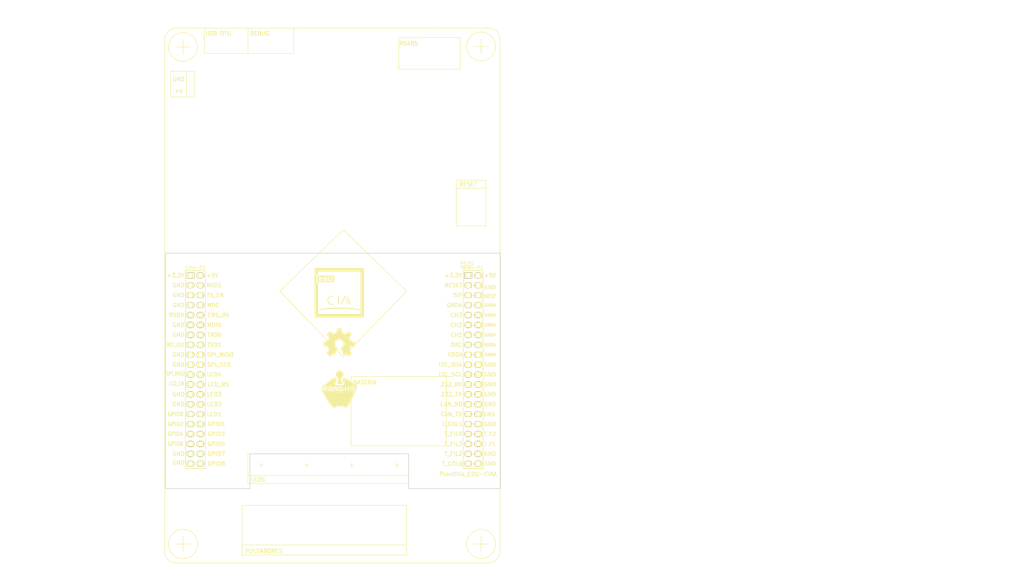
<source format=kicad_pcb>
(kicad_pcb (version 4) (host pcbnew 4.0.2+dfsg1-2~bpo8+1-stable)

  (general
    (links 28)
    (no_connects 28)
    (area 59.614999 80.569999 145.490001 141.045001)
    (thickness 1.6)
    (drawings 35)
    (tracks 0)
    (zones 0)
    (modules 5)
    (nets 5)
  )

  (page A4)
  (title_block
    (title "Poncho Básico (Cambiar por el nombre del Poncho)")
    (date 2016-08-07)
    (rev 1.0)
    (company "Proyecto CIAA - COMPUTADORA INDUSTRIAL ABIERTA ARGENTINA")
    (comment 1 https://github.com/ciaa/Ponchos/tree/master/Basico/doc)
    (comment 2 "Autores y Licencia del template (Diego Brengi - UNLaM)")
    (comment 3 "Autor del poncho (COMPLETAR NOMBRE Y APELLIDO). Ver directorio \"doc\"")
  )

  (layers
    (0 F.Cu signal)
    (31 B.Cu signal)
    (32 B.Adhes user)
    (33 F.Adhes user)
    (34 B.Paste user)
    (35 F.Paste user)
    (36 B.SilkS user)
    (37 F.SilkS user)
    (38 B.Mask user)
    (39 F.Mask user)
    (40 Dwgs.User user)
    (41 Cmts.User user)
    (42 Eco1.User user)
    (43 Eco2.User user)
    (44 Edge.Cuts user)
    (45 Margin user)
    (46 B.CrtYd user)
    (47 F.CrtYd user)
    (48 B.Fab user)
    (49 F.Fab user)
  )

  (setup
    (last_trace_width 0.381)
    (user_trace_width 0.508)
    (user_trace_width 0.635)
    (user_trace_width 0.762)
    (user_trace_width 1.016)
    (user_trace_width 1.27)
    (user_trace_width 1.524)
    (trace_clearance 0.508)
    (zone_clearance 0.508)
    (zone_45_only no)
    (trace_min 0.2)
    (segment_width 0.2)
    (edge_width 0.15)
    (via_size 0.6)
    (via_drill 0.4)
    (via_min_size 0.4)
    (via_min_drill 0.3)
    (uvia_size 0.3)
    (uvia_drill 0.1)
    (uvias_allowed no)
    (uvia_min_size 0)
    (uvia_min_drill 0)
    (pcb_text_width 0.3)
    (pcb_text_size 1.5 1.5)
    (mod_edge_width 0.15)
    (mod_text_size 0.000001 0.000001)
    (mod_text_width 0.15)
    (pad_size 1.4 1.4)
    (pad_drill 0.6)
    (pad_to_mask_clearance 0.2)
    (aux_axis_origin 0 0)
    (visible_elements 7FFEFF7F)
    (pcbplotparams
      (layerselection 0x00020_80000000)
      (usegerberextensions false)
      (excludeedgelayer false)
      (linewidth 0.100000)
      (plotframeref false)
      (viasonmask false)
      (mode 1)
      (useauxorigin false)
      (hpglpennumber 1)
      (hpglpenspeed 20)
      (hpglpendiameter 15)
      (hpglpenoverlay 2)
      (psnegative false)
      (psa4output false)
      (plotreference true)
      (plotvalue false)
      (plotinvisibletext false)
      (padsonsilk false)
      (subtractmaskfromsilk false)
      (outputformat 1)
      (mirror false)
      (drillshape 0)
      (scaleselection 1)
      (outputdirectory ""))
  )

  (net 0 "")
  (net 1 +5V)
  (net 2 GND)
  (net 3 +3.3VP)
  (net 4 GNDA)

  (net_class Default "This is the default net class."
    (clearance 0.508)
    (trace_width 0.381)
    (via_dia 0.6)
    (via_drill 0.4)
    (uvia_dia 0.3)
    (uvia_drill 0.1)
    (add_net +3.3VP)
    (add_net +5V)
    (add_net GND)
    (add_net GNDA)
  )

  (module footprint:Conn_Poncho_SinBorde (layer F.Cu) (tedit 560F0DC0) (tstamp 57A7DEE4)
    (at 137.16 86.36)
    (tags "CONN Poncho")
    (path /57A7A0F8)
    (fp_text reference XA101 (at -0.254 -3.175) (layer F.SilkS)
      (effects (font (size 0.8 0.8) (thickness 0.12)))
    )
    (fp_text value Conn_Poncho2P_2x_20x2 (at -1.905 51.181) (layer F.SilkS) hide
      (effects (font (size 1.016 1.016) (thickness 0.2032)))
    )
    (fp_text user GPIO8 (at -64.516 48.26) (layer F.SilkS)
      (effects (font (size 1 1) (thickness 0.2)))
    )
    (fp_text user GPIO7 (at -64.516 45.72) (layer F.SilkS)
      (effects (font (size 1 1) (thickness 0.2)))
    )
    (fp_text user GPIO5 (at -64.516 43.18) (layer F.SilkS)
      (effects (font (size 1 1) (thickness 0.2)))
    )
    (fp_text user GPIO3 (at -64.516 40.64) (layer F.SilkS)
      (effects (font (size 1 1) (thickness 0.2)))
    )
    (fp_text user GPIO1 (at -64.516 38.1) (layer F.SilkS)
      (effects (font (size 1 1) (thickness 0.2)))
    )
    (fp_text user LCD1 (at -65.024 35.56) (layer F.SilkS)
      (effects (font (size 1 1) (thickness 0.2)))
    )
    (fp_text user LCD2 (at -65.024 33.02) (layer F.SilkS)
      (effects (font (size 1 1) (thickness 0.2)))
    )
    (fp_text user LCD3 (at -65.024 30.48) (layer F.SilkS)
      (effects (font (size 1 1) (thickness 0.2)))
    )
    (fp_text user LCD_RS (at -64.008 27.94) (layer F.SilkS)
      (effects (font (size 1 1) (thickness 0.2)))
    )
    (fp_text user LCD4 (at -65.024 25.4) (layer F.SilkS)
      (effects (font (size 1 1) (thickness 0.2)))
    )
    (fp_text user SPI_SCK (at -63.754 22.86) (layer F.SilkS)
      (effects (font (size 1 1) (thickness 0.2)))
    )
    (fp_text user SPI_MISO (at -63.5 20.32) (layer F.SilkS)
      (effects (font (size 1 1) (thickness 0.2)))
    )
    (fp_text user TXD1 (at -65.024 17.78) (layer F.SilkS)
      (effects (font (size 1 1) (thickness 0.2)))
    )
    (fp_text user TXD0 (at -65.024 15.24) (layer F.SilkS)
      (effects (font (size 1 1) (thickness 0.2)))
    )
    (fp_text user MDIO (at -65.024 12.7) (layer F.SilkS)
      (effects (font (size 1 1) (thickness 0.2)))
    )
    (fp_text user CRS_DV (at -64.008 10.16) (layer F.SilkS)
      (effects (font (size 1 1) (thickness 0.2)))
    )
    (fp_text user MDC (at -65.278 7.62) (layer F.SilkS)
      (effects (font (size 1 1) (thickness 0.2)))
    )
    (fp_text user TX_EN (at -64.77 5.08) (layer F.SilkS)
      (effects (font (size 1 1) (thickness 0.2)))
    )
    (fp_text user RXD1 (at -65.024 2.54) (layer F.SilkS)
      (effects (font (size 1 1) (thickness 0.2)))
    )
    (fp_text user +5V (at -65.532 0) (layer F.SilkS)
      (effects (font (size 1 1) (thickness 0.2)))
    )
    (fp_text user GND (at -74.168 48.006) (layer F.SilkS)
      (effects (font (size 1 1) (thickness 0.2)))
    )
    (fp_text user GND (at -74.168 45.72) (layer F.SilkS)
      (effects (font (size 1 1) (thickness 0.2)))
    )
    (fp_text user GPIO6 (at -74.93 43.18) (layer F.SilkS)
      (effects (font (size 1 0.9) (thickness 0.2)))
    )
    (fp_text user GPIO4 (at -74.93 40.64) (layer F.SilkS)
      (effects (font (size 1 0.9) (thickness 0.2)))
    )
    (fp_text user GPIO2 (at -74.93 38.1) (layer F.SilkS)
      (effects (font (size 1 0.9) (thickness 0.2)))
    )
    (fp_text user GPIO0 (at -74.93 35.56) (layer F.SilkS)
      (effects (font (size 1 0.9) (thickness 0.2)))
    )
    (fp_text user GND (at -74.168 33.02) (layer F.SilkS)
      (effects (font (size 1 1) (thickness 0.2)))
    )
    (fp_text user GND (at -74.168 30.48) (layer F.SilkS)
      (effects (font (size 1 1) (thickness 0.2)))
    )
    (fp_text user LCD_EN (at -74.676 27.686) (layer F.SilkS)
      (effects (font (size 1 0.7) (thickness 0.17)))
    )
    (fp_text user SPI_MOSI (at -74.93 25.146) (layer F.SilkS)
      (effects (font (size 1 0.7) (thickness 0.17)))
    )
    (fp_text user GND (at -74.168 22.86) (layer F.SilkS)
      (effects (font (size 1 1) (thickness 0.2)))
    )
    (fp_text user GND (at -74.168 20.32) (layer F.SilkS)
      (effects (font (size 1 1) (thickness 0.2)))
    )
    (fp_text user REF_CLK (at -74.93 17.78) (layer F.SilkS)
      (effects (font (size 0.9 0.7) (thickness 0.175)))
    )
    (fp_text user GND (at -74.168 15.24) (layer F.SilkS)
      (effects (font (size 1 1) (thickness 0.2)))
    )
    (fp_text user GND (at -74.168 12.7) (layer F.SilkS)
      (effects (font (size 1 1) (thickness 0.2)))
    )
    (fp_text user GND (at -74.168 7.62) (layer F.SilkS)
      (effects (font (size 1 1) (thickness 0.2)))
    )
    (fp_text user RXD0 (at -74.676 10.16) (layer F.SilkS)
      (effects (font (size 1 1) (thickness 0.2)))
    )
    (fp_text user GND (at -74.168 5.08) (layer F.SilkS)
      (effects (font (size 1 1) (thickness 0.2)))
    )
    (fp_text user GND (at -74.168 2.54) (layer F.SilkS)
      (effects (font (size 1 1) (thickness 0.2)))
    )
    (fp_text user +3.3V (at -74.93 0) (layer F.SilkS)
      (effects (font (size 1 1) (thickness 0.2)))
    )
    (fp_text user GND (at 5.588 48.26) (layer F.SilkS)
      (effects (font (size 1 1) (thickness 0.2)))
    )
    (fp_text user GND (at 5.588 45.72) (layer F.SilkS)
      (effects (font (size 1 1) (thickness 0.2)))
    )
    (fp_text user T_F1 (at 5.588 43.18) (layer F.SilkS)
      (effects (font (size 0.9 0.9) (thickness 0.18)))
    )
    (fp_text user T_C2 (at 5.588 40.64) (layer F.SilkS)
      (effects (font (size 0.9 0.9) (thickness 0.18)))
    )
    (fp_text user GND (at 5.588 38.1) (layer F.SilkS)
      (effects (font (size 1 1) (thickness 0.2)))
    )
    (fp_text user GND (at 5.334 35.56) (layer F.SilkS)
      (effects (font (size 1 1) (thickness 0.2)))
    )
    (fp_text user GND (at 5.588 33.02) (layer F.SilkS)
      (effects (font (size 1 1) (thickness 0.2)))
    )
    (fp_text user GND (at 5.588 30.48) (layer F.SilkS)
      (effects (font (size 1 1) (thickness 0.2)))
    )
    (fp_text user GND (at 5.588 27.94) (layer F.SilkS)
      (effects (font (size 1 1) (thickness 0.2)))
    )
    (fp_text user GND (at 5.588 25.4) (layer F.SilkS)
      (effects (font (size 1 1) (thickness 0.2)))
    )
    (fp_text user GND (at 5.588 22.86) (layer F.SilkS)
      (effects (font (size 1 1) (thickness 0.2)))
    )
    (fp_text user GNDA (at 5.588 20.32) (layer F.SilkS)
      (effects (font (size 0.76 0.76) (thickness 0.19)))
    )
    (fp_text user GNDA (at 5.588 17.78) (layer F.SilkS)
      (effects (font (size 0.76 0.76) (thickness 0.19)))
    )
    (fp_text user GNDA (at 5.588 15.24) (layer F.SilkS)
      (effects (font (size 0.76 0.76) (thickness 0.19)))
    )
    (fp_text user GNDA (at 5.588 12.7) (layer F.SilkS)
      (effects (font (size 0.76 0.76) (thickness 0.19)))
    )
    (fp_text user GNDA (at 5.588 10.16) (layer F.SilkS)
      (effects (font (size 0.76 0.76) (thickness 0.19)))
    )
    (fp_text user GNDA (at 5.588 7.62) (layer F.SilkS)
      (effects (font (size 0.76 0.76) (thickness 0.19)))
    )
    (fp_text user WAKEUP (at 5.588 5.334) (layer F.SilkS)
      (effects (font (size 1 0.5) (thickness 0.125)))
    )
    (fp_text user GND (at 5.588 3.048) (layer F.SilkS)
      (effects (font (size 1 1) (thickness 0.2)))
    )
    (fp_text user +5V (at 5.588 0) (layer F.SilkS)
      (effects (font (size 1 1) (thickness 0.2)))
    )
    (fp_text user T_COL0 (at -4.064 48.26) (layer F.SilkS)
      (effects (font (size 1 1) (thickness 0.2)))
    )
    (fp_text user T_FIL2 (at -3.81 45.72) (layer F.SilkS)
      (effects (font (size 1 1) (thickness 0.2)))
    )
    (fp_text user T_FIL3 (at -3.81 43.18) (layer F.SilkS)
      (effects (font (size 1 1) (thickness 0.2)))
    )
    (fp_text user T_FIL0 (at -3.81 40.64) (layer F.SilkS)
      (effects (font (size 1 1) (thickness 0.2)))
    )
    (fp_text user T_COL1 (at -4.064 38.1) (layer F.SilkS)
      (effects (font (size 1 1) (thickness 0.2)))
    )
    (fp_text user CAN_TD (at -4.318 35.56) (layer F.SilkS)
      (effects (font (size 1 1) (thickness 0.2)))
    )
    (fp_text user CAN_RD (at -4.318 33.02) (layer F.SilkS)
      (effects (font (size 1 1) (thickness 0.2)))
    )
    (fp_text user 232_TX (at -4.318 30.48) (layer F.SilkS)
      (effects (font (size 1 1) (thickness 0.2)))
    )
    (fp_text user 232_RX (at -4.318 27.94) (layer F.SilkS)
      (effects (font (size 1 1) (thickness 0.2)))
    )
    (fp_text user I2C_SCL (at -4.572 25.4) (layer F.SilkS)
      (effects (font (size 1 1) (thickness 0.2)))
    )
    (fp_text user I2C_SDA (at -4.572 22.86) (layer F.SilkS)
      (effects (font (size 1 1) (thickness 0.2)))
    )
    (fp_text user VDDA (at -3.302 20.32) (layer F.SilkS)
      (effects (font (size 1 1) (thickness 0.2)))
    )
    (fp_text user DAC (at -3.048 17.78) (layer F.SilkS)
      (effects (font (size 1 1) (thickness 0.2)))
    )
    (fp_text user CH1 (at -3.048 15.24) (layer F.SilkS)
      (effects (font (size 1 1) (thickness 0.2)))
    )
    (fp_text user CH2 (at -3.048 12.7) (layer F.SilkS)
      (effects (font (size 1 1) (thickness 0.2)))
    )
    (fp_text user CH3 (at -3.048 10.16) (layer F.SilkS)
      (effects (font (size 1 1) (thickness 0.2)))
    )
    (fp_text user GNDA (at -3.556 7.62) (layer F.SilkS)
      (effects (font (size 1 1) (thickness 0.2)))
    )
    (fp_text user ISP (at -2.794 5.08) (layer F.SilkS)
      (effects (font (size 1 1) (thickness 0.2)))
    )
    (fp_text user RESET (at -3.81 2.54) (layer F.SilkS)
      (effects (font (size 1 1) (thickness 0.2)))
    )
    (fp_text user CIAA-P2 (at -69.85 -2.032) (layer F.SilkS)
      (effects (font (size 0.8 0.8) (thickness 0.12)))
    )
    (fp_text user CIAA-P1 (at 1.27 -2.032) (layer F.SilkS)
      (effects (font (size 0.8 0.8) (thickness 0.12)))
    )
    (fp_text user +3.3V (at -3.81 0) (layer F.SilkS)
      (effects (font (size 1 1) (thickness 0.2)))
    )
    (fp_line (start -72.39 0) (end -72.39 -1.27) (layer F.SilkS) (width 0.15))
    (fp_line (start -72.39 -1.27) (end -67.31 -1.27) (layer F.SilkS) (width 0.15))
    (fp_line (start -67.31 -1.27) (end -67.31 49.53) (layer F.SilkS) (width 0.15))
    (fp_line (start -67.31 49.53) (end -72.39 49.53) (layer F.SilkS) (width 0.15))
    (fp_line (start -72.39 49.53) (end -72.39 0) (layer F.SilkS) (width 0.15))
    (fp_line (start -1.27 49.53) (end -1.27 -1.27) (layer F.SilkS) (width 0.15))
    (fp_line (start 3.81 49.53) (end 3.81 -1.27) (layer F.SilkS) (width 0.15))
    (fp_line (start 3.81 49.53) (end -1.27 49.53) (layer F.SilkS) (width 0.15))
    (fp_line (start 3.81 -1.27) (end -1.27 -1.27) (layer F.SilkS) (width 0.15))
    (pad 1 thru_hole rect (at 0 0 270) (size 1.524 2) (drill 1.016) (layers *.Cu *.Mask F.SilkS)
      (net 3 +3.3VP))
    (pad 2 thru_hole oval (at 2.54 0 270) (size 1.524 2) (drill 1.016) (layers *.Cu *.Mask F.SilkS)
      (net 1 +5V))
    (pad 11 thru_hole oval (at 0 12.7 270) (size 1.524 2) (drill 1.016) (layers *.Cu *.Mask F.SilkS))
    (pad 4 thru_hole oval (at 2.54 2.54 270) (size 1.524 2) (drill 1.016) (layers *.Cu *.Mask F.SilkS)
      (net 2 GND))
    (pad 13 thru_hole oval (at 0 15.24 270) (size 1.524 2) (drill 1.016) (layers *.Cu *.Mask F.SilkS))
    (pad 6 thru_hole oval (at 2.54 5.08 270) (size 1.524 2) (drill 1.016) (layers *.Cu *.Mask F.SilkS))
    (pad 15 thru_hole oval (at 0 17.78 270) (size 1.524 2) (drill 1.016) (layers *.Cu *.Mask F.SilkS))
    (pad 8 thru_hole oval (at 2.54 7.62 270) (size 1.524 2) (drill 1.016) (layers *.Cu *.Mask F.SilkS)
      (net 4 GNDA))
    (pad 17 thru_hole oval (at 0 20.32 270) (size 1.524 2) (drill 1.016) (layers *.Cu *.Mask F.SilkS))
    (pad 10 thru_hole oval (at 2.54 10.16 270) (size 1.524 2) (drill 1.016) (layers *.Cu *.Mask F.SilkS)
      (net 4 GNDA))
    (pad 19 thru_hole oval (at 0 22.86 270) (size 1.524 2) (drill 1.016) (layers *.Cu *.Mask F.SilkS))
    (pad 12 thru_hole oval (at 2.54 12.7 270) (size 1.524 2) (drill 1.016) (layers *.Cu *.Mask F.SilkS)
      (net 4 GNDA))
    (pad 21 thru_hole oval (at 0 25.4 270) (size 1.524 2) (drill 1.016) (layers *.Cu *.Mask F.SilkS))
    (pad 14 thru_hole oval (at 2.54 15.24 270) (size 1.524 2) (drill 1.016) (layers *.Cu *.Mask F.SilkS)
      (net 4 GNDA))
    (pad 23 thru_hole oval (at 0 27.94 270) (size 1.524 2) (drill 1.016) (layers *.Cu *.Mask F.SilkS))
    (pad 16 thru_hole oval (at 2.54 17.78 270) (size 1.524 2) (drill 1.016) (layers *.Cu *.Mask F.SilkS)
      (net 4 GNDA))
    (pad 25 thru_hole oval (at 0 30.48 270) (size 1.524 2) (drill 1.016) (layers *.Cu *.Mask F.SilkS))
    (pad 18 thru_hole oval (at 2.54 20.32 270) (size 1.524 2) (drill 1.016) (layers *.Cu *.Mask F.SilkS)
      (net 4 GNDA))
    (pad 27 thru_hole oval (at 0 33.02 270) (size 1.524 2) (drill 1.016) (layers *.Cu *.Mask F.SilkS))
    (pad 20 thru_hole oval (at 2.54 22.86 270) (size 1.524 2) (drill 1.016) (layers *.Cu *.Mask F.SilkS)
      (net 2 GND))
    (pad 29 thru_hole oval (at 0 35.56 270) (size 1.524 2) (drill 1.016) (layers *.Cu *.Mask F.SilkS))
    (pad 22 thru_hole oval (at 2.54 25.4 270) (size 1.524 2) (drill 1.016) (layers *.Cu *.Mask F.SilkS)
      (net 2 GND))
    (pad 31 thru_hole oval (at 0 38.1 270) (size 1.524 2) (drill 1.016) (layers *.Cu *.Mask F.SilkS))
    (pad 24 thru_hole oval (at 2.54 27.94 270) (size 1.524 2) (drill 1.016) (layers *.Cu *.Mask F.SilkS)
      (net 2 GND))
    (pad 26 thru_hole oval (at 2.54 30.48 270) (size 1.524 2) (drill 1.016) (layers *.Cu *.Mask F.SilkS)
      (net 2 GND))
    (pad 33 thru_hole oval (at 0 40.64 270) (size 1.524 2) (drill 1.016) (layers *.Cu *.Mask F.SilkS))
    (pad 28 thru_hole oval (at 2.54 33.02 270) (size 1.524 2) (drill 1.016) (layers *.Cu *.Mask F.SilkS)
      (net 2 GND))
    (pad 32 thru_hole oval (at 2.54 38.1 270) (size 1.524 2) (drill 1.016) (layers *.Cu *.Mask F.SilkS)
      (net 2 GND))
    (pad 34 thru_hole oval (at 2.54 40.64 270) (size 1.524 2) (drill 1.016) (layers *.Cu *.Mask F.SilkS))
    (pad 36 thru_hole oval (at 2.54 43.18 270) (size 1.524 2) (drill 1.016) (layers *.Cu *.Mask F.SilkS))
    (pad 38 thru_hole oval (at 2.54 45.72 270) (size 1.524 2) (drill 1.016) (layers *.Cu *.Mask F.SilkS)
      (net 2 GND))
    (pad 35 thru_hole oval (at 0 43.18 270) (size 1.524 2) (drill 1.016) (layers *.Cu *.Mask F.SilkS))
    (pad 37 thru_hole oval (at 0 45.72 270) (size 1.524 2) (drill 1.016) (layers *.Cu *.Mask F.SilkS))
    (pad 3 thru_hole oval (at 0 2.54 270) (size 1.524 2) (drill 1.016) (layers *.Cu *.Mask F.SilkS))
    (pad 5 thru_hole oval (at 0 5.08 270) (size 1.524 2) (drill 1.016) (layers *.Cu *.Mask F.SilkS))
    (pad 7 thru_hole oval (at 0 7.62 270) (size 1.524 2) (drill 1.016) (layers *.Cu *.Mask F.SilkS)
      (net 4 GNDA))
    (pad 9 thru_hole oval (at 0 10.16 270) (size 1.524 2) (drill 1.016) (layers *.Cu *.Mask F.SilkS))
    (pad 39 thru_hole oval (at 0 48.26 270) (size 1.524 2) (drill 1.016) (layers *.Cu *.Mask F.SilkS))
    (pad 40 thru_hole oval (at 2.54 48.26 270) (size 1.524 2) (drill 1.016) (layers *.Cu *.Mask F.SilkS)
      (net 2 GND))
    (pad 30 thru_hole oval (at 2.54 35.56 270) (size 1.524 2) (drill 1.016) (layers *.Cu *.Mask F.SilkS)
      (net 2 GND))
    (pad 41 thru_hole rect (at -71.12 0 270) (size 1.524 2) (drill 1.016) (layers *.Cu *.Mask F.SilkS)
      (net 3 +3.3VP))
    (pad 42 thru_hole oval (at -68.58 0 270) (size 1.524 2) (drill 1.016) (layers *.Cu *.Mask F.SilkS)
      (net 1 +5V))
    (pad 43 thru_hole oval (at -71.12 2.54 270) (size 1.524 2) (drill 1.016) (layers *.Cu *.Mask F.SilkS)
      (net 2 GND))
    (pad 44 thru_hole oval (at -68.58 2.54 270) (size 1.524 2) (drill 1.016) (layers *.Cu *.Mask F.SilkS))
    (pad 45 thru_hole oval (at -71.12 5.08 270) (size 1.524 2) (drill 1.016) (layers *.Cu *.Mask F.SilkS)
      (net 2 GND))
    (pad 46 thru_hole oval (at -68.58 5.08 270) (size 1.524 2) (drill 1.016) (layers *.Cu *.Mask F.SilkS))
    (pad 47 thru_hole oval (at -71.12 7.62 270) (size 1.524 2) (drill 1.016) (layers *.Cu *.Mask F.SilkS)
      (net 2 GND))
    (pad 48 thru_hole oval (at -68.58 7.62 270) (size 1.524 2) (drill 1.016) (layers *.Cu *.Mask F.SilkS))
    (pad 49 thru_hole oval (at -71.12 10.16 270) (size 1.524 2) (drill 1.016) (layers *.Cu *.Mask F.SilkS))
    (pad 50 thru_hole oval (at -68.58 10.16 270) (size 1.524 2) (drill 1.016) (layers *.Cu *.Mask F.SilkS))
    (pad 51 thru_hole oval (at -71.12 12.7 270) (size 1.524 2) (drill 1.016) (layers *.Cu *.Mask F.SilkS)
      (net 2 GND))
    (pad 52 thru_hole oval (at -68.58 12.7 270) (size 1.524 2) (drill 1.016) (layers *.Cu *.Mask F.SilkS))
    (pad 53 thru_hole oval (at -71.12 15.24 270) (size 1.524 2) (drill 1.016) (layers *.Cu *.Mask F.SilkS)
      (net 2 GND))
    (pad 54 thru_hole oval (at -68.58 15.24 270) (size 1.524 2) (drill 1.016) (layers *.Cu *.Mask F.SilkS))
    (pad 55 thru_hole oval (at -71.12 17.78 270) (size 1.524 2) (drill 1.016) (layers *.Cu *.Mask F.SilkS))
    (pad 56 thru_hole oval (at -68.58 17.78 270) (size 1.524 2) (drill 1.016) (layers *.Cu *.Mask F.SilkS))
    (pad 57 thru_hole oval (at -71.12 20.32 270) (size 1.524 2) (drill 1.016) (layers *.Cu *.Mask F.SilkS)
      (net 2 GND))
    (pad 58 thru_hole oval (at -68.58 20.32 270) (size 1.524 2) (drill 1.016) (layers *.Cu *.Mask F.SilkS))
    (pad 59 thru_hole oval (at -71.12 22.86 270) (size 1.524 2) (drill 1.016) (layers *.Cu *.Mask F.SilkS)
      (net 2 GND))
    (pad 60 thru_hole oval (at -68.58 22.86 270) (size 1.524 2) (drill 1.016) (layers *.Cu *.Mask F.SilkS))
    (pad 61 thru_hole oval (at -71.12 25.4 270) (size 1.524 2) (drill 1.016) (layers *.Cu *.Mask F.SilkS))
    (pad 62 thru_hole oval (at -68.58 25.4 270) (size 1.524 2) (drill 1.016) (layers *.Cu *.Mask F.SilkS))
    (pad 63 thru_hole oval (at -71.12 27.94 270) (size 1.524 2) (drill 1.016) (layers *.Cu *.Mask F.SilkS))
    (pad 64 thru_hole oval (at -68.58 27.94 270) (size 1.524 2) (drill 1.016) (layers *.Cu *.Mask F.SilkS))
    (pad 65 thru_hole oval (at -71.12 30.48 270) (size 1.524 2) (drill 1.016) (layers *.Cu *.Mask F.SilkS)
      (net 2 GND))
    (pad 66 thru_hole oval (at -68.58 30.48 270) (size 1.524 2) (drill 1.016) (layers *.Cu *.Mask F.SilkS))
    (pad 67 thru_hole oval (at -71.12 33.02 270) (size 1.524 2) (drill 1.016) (layers *.Cu *.Mask F.SilkS)
      (net 2 GND))
    (pad 68 thru_hole oval (at -68.58 33.02 270) (size 1.524 2) (drill 1.016) (layers *.Cu *.Mask F.SilkS))
    (pad 69 thru_hole oval (at -71.12 35.56 270) (size 1.524 2) (drill 1.016) (layers *.Cu *.Mask F.SilkS))
    (pad 70 thru_hole oval (at -68.58 35.56 270) (size 1.524 2) (drill 1.016) (layers *.Cu *.Mask F.SilkS))
    (pad 71 thru_hole oval (at -71.12 38.1 270) (size 1.524 2) (drill 1.016) (layers *.Cu *.Mask F.SilkS))
    (pad 72 thru_hole oval (at -68.58 38.1 270) (size 1.524 2) (drill 1.016) (layers *.Cu *.Mask F.SilkS))
    (pad 73 thru_hole oval (at -71.12 40.64 270) (size 1.524 2) (drill 1.016) (layers *.Cu *.Mask F.SilkS))
    (pad 74 thru_hole oval (at -68.58 40.64 270) (size 1.524 2) (drill 1.016) (layers *.Cu *.Mask F.SilkS))
    (pad 75 thru_hole oval (at -71.12 43.18 270) (size 1.524 2) (drill 1.016) (layers *.Cu *.Mask F.SilkS))
    (pad 76 thru_hole oval (at -68.58 43.18 270) (size 1.524 2) (drill 1.016) (layers *.Cu *.Mask F.SilkS))
    (pad 77 thru_hole oval (at -71.12 45.72 270) (size 1.524 2) (drill 1.016) (layers *.Cu *.Mask F.SilkS)
      (net 2 GND))
    (pad 78 thru_hole oval (at -68.58 45.72 270) (size 1.524 2) (drill 1.016) (layers *.Cu *.Mask F.SilkS))
    (pad 79 thru_hole oval (at -71.12 48.26 270) (size 1.524 2) (drill 1.016) (layers *.Cu *.Mask F.SilkS)
      (net 2 GND))
    (pad 80 thru_hole oval (at -68.58 48.26 270) (size 1.524 2) (drill 1.016) (layers *.Cu *.Mask F.SilkS))
    (model ${KIPRJMOD}/footprint.3dshapes/pin_strip_20x2.wrl
      (at (xyz 0.05 -0.95 -0.063))
      (scale (xyz 1 1 1))
      (rotate (xyz 180 0 90))
    )
    (model ${KIPRJMOD}/footprint.3dshapes/pin_strip_20x2.wrl
      (at (xyz -2.75 -0.95 -0.063))
      (scale (xyz 1 1 1))
      (rotate (xyz 180 0 90))
    )
  )

  (module footprint:Logo_EDU-CIAA (layer F.Cu) (tedit 560D8BDB) (tstamp 57A7E3E8)
    (at 104.14 90.805)
    (fp_text reference G*** (at 0 7.112) (layer F.SilkS) hide
      (effects (font (thickness 0.3048)))
    )
    (fp_text value Logo_EDU-CIAA (at 0.06 -7.8) (layer F.SilkS) hide
      (effects (font (thickness 0.3048)))
    )
    (fp_poly (pts (xy 6.35 6.35) (xy 5.42036 6.35) (xy 5.42036 4.8006) (xy 5.41782 4.7371)
      (xy 5.41782 4.39674) (xy 5.41782 -0.51054) (xy 5.41782 -5.42036) (xy 0 -5.42036)
      (xy -5.42036 -5.42036) (xy -5.42036 -4.99618) (xy -5.42036 -4.572) (xy -5.715 -4.572)
      (xy -6.01218 -4.572) (xy -6.01218 -3.556) (xy -6.01218 -2.54) (xy -5.715 -2.54)
      (xy -5.42036 -2.54) (xy -5.42036 0.9271) (xy -5.42036 4.39674) (xy -5.21462 4.318)
      (xy -5.05968 4.27736) (xy -4.77266 4.21894) (xy -4.39166 4.14782) (xy -3.95224 4.07162)
      (xy -3.7973 4.04622) (xy -3.42392 3.9878) (xy -3.08102 3.94462) (xy -2.74066 3.90906)
      (xy -2.3749 3.88366) (xy -1.9558 3.86842) (xy -1.45542 3.85826) (xy -0.84582 3.85318)
      (xy -0.09652 3.85064) (xy 0 3.85064) (xy 0.76454 3.85318) (xy 1.38938 3.85826)
      (xy 1.90246 3.86588) (xy 2.32918 3.88366) (xy 2.70002 3.90652) (xy 3.04038 3.93954)
      (xy 3.38074 3.98272) (xy 3.74904 4.0386) (xy 3.79476 4.04622) (xy 4.24434 4.12242)
      (xy 4.65074 4.19608) (xy 4.97332 4.25958) (xy 5.17652 4.30784) (xy 5.21208 4.318)
      (xy 5.41782 4.39674) (xy 5.41782 4.7371) (xy 5.41528 4.67614) (xy 5.38226 4.5847)
      (xy 5.29844 4.51612) (xy 5.14604 4.46278) (xy 4.90474 4.41706) (xy 4.55168 4.37134)
      (xy 4.06654 4.31546) (xy 3.59664 4.26466) (xy 2.9464 4.2037) (xy 2.20218 4.16052)
      (xy 1.3462 4.13258) (xy 0.35052 4.12242) (xy 0 4.11988) (xy -0.89154 4.12496)
      (xy -1.65608 4.13766) (xy -2.33426 4.1656) (xy -2.96672 4.20624) (xy -3.59664 4.2672)
      (xy -4.26466 4.34594) (xy -4.7625 4.41452) (xy -5.42036 4.50596) (xy -5.42036 4.96062)
      (xy -5.42036 5.41782) (xy 0 5.41782) (xy 5.41782 5.41782) (xy 5.41782 4.96062)
      (xy 5.42036 4.8006) (xy 5.42036 6.35) (xy 0 6.35) (xy -6.35 6.35)
      (xy -6.35 0) (xy -6.35 -6.35) (xy 0 -6.35) (xy 6.35 -6.35)
      (xy 6.35 0) (xy 6.35 6.35) (xy 6.35 6.35)) (layer F.SilkS) (width 0.00254))
    (fp_poly (pts (xy -1.36398 2.94894) (xy -1.41986 2.99212) (xy -1.58242 3.04292) (xy -1.83134 3.07848)
      (xy -2.08534 3.08864) (xy -2.24028 3.0734) (xy -2.59334 2.89814) (xy -2.84734 2.5908)
      (xy -2.921 2.43586) (xy -3.01752 1.98628) (xy -2.94894 1.55956) (xy -2.71526 1.16586)
      (xy -2.667 1.11252) (xy -2.49174 0.93726) (xy -2.33426 0.84582) (xy -2.12344 0.81026)
      (xy -1.90246 0.80518) (xy -1.57988 0.82296) (xy -1.40462 0.8763) (xy -1.37922 0.90932)
      (xy -1.40208 0.97028) (xy -1.55194 0.98298) (xy -1.70942 0.96774) (xy -2.08788 0.9906)
      (xy -2.39776 1.143) (xy -2.6289 1.39192) (xy -2.75844 1.70434) (xy -2.77876 2.04978)
      (xy -2.67462 2.39522) (xy -2.4765 2.66446) (xy -2.31902 2.80162) (xy -2.159 2.86258)
      (xy -1.9304 2.86766) (xy -1.80086 2.8575) (xy -1.51892 2.84988) (xy -1.36906 2.8829)
      (xy -1.36398 2.94894) (xy -1.36398 2.94894)) (layer F.SilkS) (width 0.00254))
    (fp_poly (pts (xy -0.08636 1.905) (xy -0.0889 2.37236) (xy -0.09906 2.69494) (xy -0.11938 2.90068)
      (xy -0.14986 3.00736) (xy -0.19812 3.04546) (xy -0.21336 3.048) (xy -0.26416 3.0226)
      (xy -0.29972 2.9337) (xy -0.32258 2.7559) (xy -0.33528 2.4638) (xy -0.34036 2.032)
      (xy -0.34036 1.905) (xy -0.33782 1.4351) (xy -0.32766 1.11252) (xy -0.30734 0.90678)
      (xy -0.27432 0.8001) (xy -0.22606 0.762) (xy -0.21336 0.762) (xy -0.16002 0.78486)
      (xy -0.12446 0.87376) (xy -0.1016 1.05156) (xy -0.09144 1.34366) (xy -0.08636 1.77546)
      (xy -0.08636 1.905) (xy -0.08636 1.905)) (layer F.SilkS) (width 0.00254))
    (fp_poly (pts (xy 2.40284 3.0353) (xy 2.30378 3.05308) (xy 2.17678 2.90322) (xy 2.02184 2.59334)
      (xy 1.83642 2.1209) (xy 1.80848 2.03708) (xy 1.6764 1.67132) (xy 1.5621 1.3716)
      (xy 1.47828 1.17094) (xy 1.43764 1.09982) (xy 1.39446 1.17602) (xy 1.3081 1.37922)
      (xy 1.19126 1.68148) (xy 1.05664 2.04978) (xy 1.05664 2.05232) (xy 0.87884 2.52222)
      (xy 0.7366 2.83464) (xy 0.62484 2.99974) (xy 0.57404 3.03022) (xy 0.50546 3.02514)
      (xy 0.49276 2.9591) (xy 0.53848 2.79654) (xy 0.64516 2.52222) (xy 0.78994 2.15646)
      (xy 0.9525 1.7272) (xy 1.08458 1.3716) (xy 1.2319 1.016) (xy 1.35128 0.82296)
      (xy 1.4351 0.77978) (xy 1.4986 0.86106) (xy 1.60782 1.06172) (xy 1.74752 1.35382)
      (xy 1.90246 1.69926) (xy 2.05994 2.06502) (xy 2.20472 2.41554) (xy 2.31902 2.71526)
      (xy 2.39014 2.9337) (xy 2.40284 3.0353) (xy 2.40284 3.0353)) (layer F.SilkS) (width 0.00254))
    (fp_poly (pts (xy 2.96164 2.98704) (xy 2.8956 3.04292) (xy 2.85242 3.048) (xy 2.78384 2.9718)
      (xy 2.67208 2.75844) (xy 2.52984 2.43586) (xy 2.36982 2.02946) (xy 2.3368 1.94056)
      (xy 2.15138 1.41478) (xy 2.03708 1.0414) (xy 1.99136 0.81788) (xy 2.01676 0.74422)
      (xy 2.10566 0.80772) (xy 2.159 0.91186) (xy 2.25552 1.13284) (xy 2.38252 1.44272)
      (xy 2.52476 1.79578) (xy 2.66954 2.16154) (xy 2.79654 2.49936) (xy 2.89814 2.77622)
      (xy 2.95402 2.94894) (xy 2.96164 2.98704) (xy 2.96164 2.98704)) (layer F.SilkS) (width 0.00254))
    (fp_poly (pts (xy -1.27 -2.71018) (xy -1.94818 -2.71018) (xy -1.94818 -3.57378) (xy -1.95834 -3.86334)
      (xy -1.99644 -4.01574) (xy -2.06756 -4.064) (xy -2.07518 -4.064) (xy -2.15138 -4.02336)
      (xy -2.19202 -3.87858) (xy -2.20218 -3.59664) (xy -2.20218 -3.5941) (xy -2.20726 -3.32486)
      (xy -2.2352 -3.1877) (xy -2.2987 -3.14452) (xy -2.39268 -3.1496) (xy -2.50698 -3.1877)
      (xy -2.57048 -3.2893) (xy -2.60096 -3.49758) (xy -2.60858 -3.6195) (xy -2.6416 -3.90398)
      (xy -2.70002 -4.04114) (xy -2.75844 -4.064) (xy -2.82956 -3.99034) (xy -2.8702 -3.80238)
      (xy -2.8829 -3.55092) (xy -2.86258 -3.29438) (xy -2.80924 -3.08102) (xy -2.79146 -3.04292)
      (xy -2.64668 -2.92608) (xy -2.41808 -2.87782) (xy -2.18694 -2.90576) (xy -2.04978 -2.98196)
      (xy -1.9939 -3.11658) (xy -1.95834 -3.36042) (xy -1.94818 -3.57378) (xy -1.94818 -2.71018)
      (xy -3.0861 -2.71018) (xy -3.0861 -3.42138) (xy -3.09372 -3.64744) (xy -3.20548 -3.88874)
      (xy -3.429 -4.0259) (xy -3.76428 -4.064) (xy -4.064 -4.064) (xy -4.064 -3.47218)
      (xy -4.064 -2.88036) (xy -3.7465 -2.88036) (xy -3.51536 -2.89814) (xy -3.3528 -2.93624)
      (xy -3.33756 -2.94386) (xy -3.17246 -3.14198) (xy -3.0861 -3.42138) (xy -3.0861 -2.71018)
      (xy -3.556 -2.71018) (xy -4.23418 -2.71018) (xy -4.23418 -3.00736) (xy -4.29006 -3.09626)
      (xy -4.47548 -3.13182) (xy -4.572 -3.13436) (xy -4.80822 -3.15468) (xy -4.90474 -3.22326)
      (xy -4.91236 -3.26136) (xy -4.84886 -3.35534) (xy -4.64312 -3.38836) (xy -4.61518 -3.38836)
      (xy -4.39674 -3.4163) (xy -4.32054 -3.50266) (xy -4.318 -3.51536) (xy -4.38404 -3.60934)
      (xy -4.58978 -3.64236) (xy -4.61518 -3.64236) (xy -4.81076 -3.66268) (xy -4.90982 -3.71602)
      (xy -4.91236 -3.72618) (xy -4.8387 -3.78206) (xy -4.65328 -3.81) (xy -4.61518 -3.81)
      (xy -4.39674 -3.83794) (xy -4.32054 -3.92684) (xy -4.318 -3.937) (xy -4.36372 -4.01828)
      (xy -4.5212 -4.05638) (xy -4.74218 -4.064) (xy -5.16636 -4.064) (xy -5.16636 -3.47218)
      (xy -5.16636 -2.88036) (xy -4.699 -2.88036) (xy -4.4196 -2.89052) (xy -4.27482 -2.93116)
      (xy -4.23418 -3.00736) (xy -4.23418 -2.71018) (xy -5.842 -2.71018) (xy -5.842 -3.556)
      (xy -5.842 -4.40436) (xy -3.556 -4.40436) (xy -1.27 -4.40436) (xy -1.27 -3.556)
      (xy -1.27 -2.71018) (xy -1.27 -2.71018)) (layer F.SilkS) (width 0.00254))
    (fp_poly (pts (xy -3.33756 -3.59918) (xy -3.34264 -3.35788) (xy -3.46964 -3.1877) (xy -3.65252 -3.13436)
      (xy -3.75666 -3.16738) (xy -3.80238 -3.29184) (xy -3.81 -3.47218) (xy -3.79984 -3.69062)
      (xy -3.74396 -3.78714) (xy -3.61696 -3.81) (xy -3.60172 -3.81) (xy -3.42138 -3.7592)
      (xy -3.33756 -3.59918) (xy -3.33756 -3.59918)) (layer F.SilkS) (width 0.00254))
  )

  (module footprint:Logo_OSHWA (layer F.Cu) (tedit 560D8B85) (tstamp 57A7E3F7)
    (at 104.14 103.505)
    (fp_text reference G101 (at 0 4.2418) (layer F.SilkS) hide
      (effects (font (size 0.7112 0.4572) (thickness 0.1143)))
    )
    (fp_text value Logo_OSHWA (at 0 -4.2418) (layer F.SilkS) hide
      (effects (font (size 0.36322 0.36322) (thickness 0.07112)))
    )
    (fp_poly (pts (xy -2.42316 3.59156) (xy -2.38252 3.57124) (xy -2.28854 3.51282) (xy -2.15392 3.42392)
      (xy -1.99644 3.31978) (xy -1.83896 3.21056) (xy -1.70942 3.1242) (xy -1.61798 3.06578)
      (xy -1.57988 3.04546) (xy -1.55956 3.05054) (xy -1.48336 3.08864) (xy -1.37414 3.14452)
      (xy -1.31064 3.17754) (xy -1.21158 3.22072) (xy -1.16078 3.23088) (xy -1.15316 3.21564)
      (xy -1.11506 3.13944) (xy -1.05918 3.00736) (xy -0.98298 2.83464) (xy -0.89662 2.63144)
      (xy -0.80264 2.413) (xy -0.7112 2.18948) (xy -0.6223 1.97612) (xy -0.54356 1.78562)
      (xy -0.48006 1.63068) (xy -0.43942 1.52146) (xy -0.42418 1.47574) (xy -0.42926 1.46558)
      (xy -0.48006 1.41732) (xy -0.56642 1.35128) (xy -0.75692 1.19634) (xy -0.94234 0.96266)
      (xy -1.05664 0.6985) (xy -1.09474 0.40386) (xy -1.06172 0.13208) (xy -0.95504 -0.12954)
      (xy -0.77216 -0.36576) (xy -0.55118 -0.54102) (xy -0.2921 -0.65278) (xy 0 -0.68834)
      (xy 0.2794 -0.65786) (xy 0.5461 -0.55118) (xy 0.78232 -0.37084) (xy 0.88138 -0.25654)
      (xy 1.01854 -0.01778) (xy 1.09728 0.23876) (xy 1.1049 0.30226) (xy 1.09474 0.5842)
      (xy 1.01092 0.85344) (xy 0.8636 1.09474) (xy 0.65786 1.29032) (xy 0.62992 1.31064)
      (xy 0.53594 1.38176) (xy 0.47244 1.43002) (xy 0.42164 1.47066) (xy 0.77978 2.33172)
      (xy 0.83566 2.46888) (xy 0.93472 2.7051) (xy 1.02108 2.9083) (xy 1.08966 3.06832)
      (xy 1.13792 3.17754) (xy 1.15824 3.22072) (xy 1.16078 3.22326) (xy 1.19126 3.22834)
      (xy 1.2573 3.20294) (xy 1.37668 3.14452) (xy 1.45796 3.10388) (xy 1.5494 3.0607)
      (xy 1.59004 3.04546) (xy 1.6256 3.06324) (xy 1.71196 3.12166) (xy 1.8415 3.20548)
      (xy 1.9939 3.30962) (xy 2.14122 3.41122) (xy 2.27584 3.50012) (xy 2.3749 3.56108)
      (xy 2.42316 3.58902) (xy 2.43078 3.58902) (xy 2.47142 3.56362) (xy 2.55016 3.50012)
      (xy 2.667 3.38836) (xy 2.8321 3.2258) (xy 2.8575 3.2004) (xy 2.99466 3.0607)
      (xy 3.10642 2.94386) (xy 3.18008 2.86258) (xy 3.20548 2.82448) (xy 3.20548 2.82448)
      (xy 3.18262 2.77622) (xy 3.11912 2.6797) (xy 3.03022 2.54254) (xy 2.921 2.38252)
      (xy 2.63652 1.9685) (xy 2.794 1.57734) (xy 2.84226 1.45796) (xy 2.90322 1.31318)
      (xy 2.9464 1.20904) (xy 2.9718 1.16332) (xy 3.01244 1.14808) (xy 3.12166 1.12268)
      (xy 3.2766 1.08966) (xy 3.45948 1.05664) (xy 3.63728 1.02362) (xy 3.7973 0.99314)
      (xy 3.9116 0.97028) (xy 3.9624 0.96012) (xy 3.9751 0.9525) (xy 3.98526 0.9271)
      (xy 3.99288 0.87376) (xy 3.99542 0.77724) (xy 3.99796 0.62484) (xy 3.99796 0.40386)
      (xy 3.99796 0.381) (xy 3.99542 0.17018) (xy 3.99288 0.00254) (xy 3.9878 -0.10668)
      (xy 3.98018 -0.14986) (xy 3.98018 -0.14986) (xy 3.92938 -0.16256) (xy 3.81762 -0.18542)
      (xy 3.6576 -0.21844) (xy 3.4671 -0.254) (xy 3.45694 -0.25654) (xy 3.26644 -0.2921)
      (xy 3.10896 -0.32512) (xy 2.9972 -0.35052) (xy 2.95148 -0.36576) (xy 2.94132 -0.37846)
      (xy 2.90322 -0.45212) (xy 2.84734 -0.56896) (xy 2.78638 -0.71374) (xy 2.72288 -0.86106)
      (xy 2.66954 -0.99568) (xy 2.63398 -1.09474) (xy 2.62382 -1.14046) (xy 2.62382 -1.14046)
      (xy 2.65176 -1.18618) (xy 2.7178 -1.28524) (xy 2.80924 -1.41986) (xy 2.921 -1.58242)
      (xy 2.92862 -1.59512) (xy 3.03784 -1.75514) (xy 3.12674 -1.88976) (xy 3.18516 -1.98628)
      (xy 3.20548 -2.02946) (xy 3.20548 -2.032) (xy 3.16992 -2.08026) (xy 3.08864 -2.16916)
      (xy 2.9718 -2.29108) (xy 2.8321 -2.43332) (xy 2.78638 -2.4765) (xy 2.63144 -2.6289)
      (xy 2.52476 -2.72796) (xy 2.45618 -2.7813) (xy 2.42316 -2.794) (xy 2.42316 -2.79146)
      (xy 2.3749 -2.76352) (xy 2.2733 -2.69748) (xy 2.13614 -2.6035) (xy 1.97358 -2.49428)
      (xy 1.96342 -2.48666) (xy 1.8034 -2.37744) (xy 1.67132 -2.28854) (xy 1.5748 -2.22504)
      (xy 1.53416 -2.19964) (xy 1.52654 -2.19964) (xy 1.46304 -2.21996) (xy 1.34874 -2.25806)
      (xy 1.20904 -2.31394) (xy 1.06172 -2.37236) (xy 0.9271 -2.42824) (xy 0.8255 -2.4765)
      (xy 0.77724 -2.5019) (xy 0.77724 -2.50444) (xy 0.75946 -2.56286) (xy 0.73152 -2.68224)
      (xy 0.6985 -2.84734) (xy 0.6604 -3.04292) (xy 0.65532 -3.0734) (xy 0.61976 -3.2639)
      (xy 0.58928 -3.42138) (xy 0.56642 -3.5306) (xy 0.55372 -3.57632) (xy 0.52832 -3.5814)
      (xy 0.43434 -3.58902) (xy 0.2921 -3.59156) (xy 0.11938 -3.5941) (xy -0.06096 -3.59156)
      (xy -0.23622 -3.58902) (xy -0.38862 -3.58394) (xy -0.4953 -3.57632) (xy -0.54102 -3.56616)
      (xy -0.54356 -3.56362) (xy -0.5588 -3.5052) (xy -0.5842 -3.38582) (xy -0.61976 -3.22072)
      (xy -0.65786 -3.0226) (xy -0.66294 -2.98958) (xy -0.6985 -2.79908) (xy -0.73152 -2.64414)
      (xy -0.75438 -2.53492) (xy -0.76708 -2.49428) (xy -0.78232 -2.48412) (xy -0.86106 -2.4511)
      (xy -0.98806 -2.39776) (xy -1.14808 -2.33426) (xy -1.51384 -2.1844) (xy -1.96088 -2.49428)
      (xy -2.00406 -2.52222) (xy -2.16408 -2.63144) (xy -2.2987 -2.72034) (xy -2.39014 -2.77876)
      (xy -2.42824 -2.80162) (xy -2.43078 -2.79908) (xy -2.4765 -2.76098) (xy -2.5654 -2.67716)
      (xy -2.68732 -2.55778) (xy -2.82702 -2.41808) (xy -2.93116 -2.31394) (xy -3.05562 -2.18694)
      (xy -3.13436 -2.10312) (xy -3.17754 -2.04724) (xy -3.19278 -2.01422) (xy -3.1877 -1.9939)
      (xy -3.15976 -1.94818) (xy -3.09372 -1.84912) (xy -3.00228 -1.71196) (xy -2.89306 -1.55448)
      (xy -2.80162 -1.41986) (xy -2.7051 -1.27) (xy -2.6416 -1.16332) (xy -2.61874 -1.10998)
      (xy -2.62382 -1.08712) (xy -2.65684 -1.00076) (xy -2.71018 -0.86614) (xy -2.77622 -0.70866)
      (xy -2.9337 -0.35306) (xy -3.16738 -0.30988) (xy -3.30708 -0.28194) (xy -3.5052 -0.24384)
      (xy -3.69316 -0.20828) (xy -3.9878 -0.14986) (xy -3.99796 0.93218) (xy -3.95224 0.9525)
      (xy -3.90906 0.9652) (xy -3.79984 0.98806) (xy -3.6449 1.01854) (xy -3.45948 1.0541)
      (xy -3.30454 1.08458) (xy -3.14452 1.11252) (xy -3.03276 1.13538) (xy -2.98196 1.14554)
      (xy -2.96926 1.16332) (xy -2.92862 1.23952) (xy -2.87274 1.36144) (xy -2.81178 1.50876)
      (xy -2.74828 1.65862) (xy -2.6924 1.79832) (xy -2.65176 1.905) (xy -2.63906 1.96088)
      (xy -2.65938 2.00406) (xy -2.72034 2.0955) (xy -2.8067 2.22758) (xy -2.91338 2.38506)
      (xy -3.0226 2.54254) (xy -3.1115 2.67716) (xy -3.175 2.77368) (xy -3.2004 2.81686)
      (xy -3.1877 2.84734) (xy -3.12674 2.92354) (xy -3.00736 3.04546) (xy -2.8321 3.22072)
      (xy -2.80162 3.24866) (xy -2.66192 3.38328) (xy -2.54254 3.4925) (xy -2.46126 3.56616)
      (xy -2.42316 3.59156)) (layer F.SilkS) (width 0.00254))
  )

  (module footprint:Logo_Poncho (layer F.Cu) (tedit 560DAFF4) (tstamp 57A7E403)
    (at 104.14 115.57)
    (fp_text reference G*** (at 0.127 5.588) (layer F.SilkS) hide
      (effects (font (thickness 0.3)))
    )
    (fp_text value LOGO (at 0.762 7.493) (layer F.SilkS) hide
      (effects (font (thickness 0.3)))
    )
    (fp_poly (pts (xy 4.535714 -0.627021) (xy 4.498746 -0.420109) (xy 4.405012 -0.1352) (xy 4.280272 0.162897)
      (xy 4.150281 0.409374) (xy 4.123376 0.447413) (xy 4.123376 -0.123701) (xy 4.058326 -0.436938)
      (xy 3.869112 -0.644378) (xy 3.564639 -0.737671) (xy 3.463636 -0.742208) (xy 3.129516 -0.681223)
      (xy 2.908248 -0.503835) (xy 2.808734 -0.218392) (xy 2.803896 -0.123701) (xy 2.868946 0.189536)
      (xy 3.058159 0.396975) (xy 3.362633 0.490269) (xy 3.463636 0.494805) (xy 3.797606 0.436492)
      (xy 3.958441 0.32987) (xy 4.092315 0.09203) (xy 4.123376 -0.123701) (xy 4.123376 0.447413)
      (xy 4.089856 0.494805) (xy 4.013749 0.621925) (xy 3.89522 0.861365) (xy 3.753792 1.172585)
      (xy 3.672876 1.360714) (xy 3.421635 1.929272) (xy 3.149718 2.496808) (xy 2.869494 3.041693)
      (xy 2.593334 3.542296) (xy 2.556493 3.603955) (xy 2.556493 -0.123701) (xy 2.552598 -0.439936)
      (xy 2.534834 -0.625484) (xy 2.494089 -0.714524) (xy 2.421247 -0.741238) (xy 2.391558 -0.742208)
      (xy 2.270831 -0.703329) (xy 2.228325 -0.558669) (xy 2.226623 -0.494805) (xy 2.206189 -0.31957)
      (xy 2.109798 -0.254982) (xy 1.97922 -0.247402) (xy 1.803985 -0.267837) (xy 1.739397 -0.364227)
      (xy 1.731818 -0.494805) (xy 1.705898 -0.675896) (xy 1.609459 -0.739655) (xy 1.566883 -0.742208)
      (xy 1.482553 -0.727599) (xy 1.433074 -0.660988) (xy 1.40933 -0.508193) (xy 1.402206 -0.235036)
      (xy 1.401948 -0.123701) (xy 1.405843 0.192533) (xy 1.423606 0.378081) (xy 1.464351 0.467122)
      (xy 1.537193 0.493835) (xy 1.566883 0.494805) (xy 1.680559 0.462518) (xy 1.726426 0.336472)
      (xy 1.731818 0.206169) (xy 1.745609 0.012245) (xy 1.815564 -0.067294) (xy 1.97922 -0.082467)
      (xy 2.145441 -0.066377) (xy 2.213617 0.015237) (xy 2.226623 0.206169) (xy 2.245073 0.405103)
      (xy 2.317099 0.48537) (xy 2.391558 0.494805) (xy 2.475887 0.480197) (xy 2.525367 0.413586)
      (xy 2.549111 0.260791) (xy 2.556234 -0.012366) (xy 2.556493 -0.123701) (xy 2.556493 3.603955)
      (xy 2.33361 3.976986) (xy 2.102692 4.324132) (xy 1.912952 4.562103) (xy 1.781691 4.667512)
      (xy 1.660102 4.654002) (xy 1.438445 4.580892) (xy 1.163465 4.463746) (xy 1.154545 4.459546)
      (xy 1.154545 0.36149) (xy 1.110706 0.268405) (xy 0.956623 0.266159) (xy 0.938776 0.269422)
      (xy 0.717011 0.243945) (xy 0.523128 0.11531) (xy 0.417755 -0.07121) (xy 0.412337 -0.123701)
      (xy 0.484303 -0.318602) (xy 0.658393 -0.472009) (xy 0.871896 -0.536691) (xy 0.949632 -0.528355)
      (xy 1.105982 -0.515384) (xy 1.154279 -0.597467) (xy 1.154545 -0.609566) (xy 1.114247 -0.69528)
      (xy 0.970303 -0.735064) (xy 0.783441 -0.742208) (xy 0.429195 -0.687347) (xy 0.198088 -0.523118)
      (xy 0.090717 -0.250044) (xy 0.082467 -0.123701) (xy 0.144642 0.188869) (xy 0.330769 0.392787)
      (xy 0.640252 0.487526) (xy 0.783441 0.494805) (xy 1.022962 0.480515) (xy 1.134243 0.429291)
      (xy 1.154545 0.36149) (xy 1.154545 4.459546) (xy 1.148315 4.456614) (xy 0.592041 4.256938)
      (xy 0.061238 4.207886) (xy -0.164935 4.249843) (xy -0.164935 -0.123701) (xy -0.168831 -0.439936)
      (xy -0.186594 -0.625484) (xy -0.227339 -0.714524) (xy -0.300181 -0.741238) (xy -0.329871 -0.742208)
      (xy -0.435349 -0.716231) (xy -0.483875 -0.609894) (xy -0.495586 -0.391721) (xy -0.496366 -0.041234)
      (xy -0.706429 -0.391721) (xy -0.874005 -0.625569) (xy -1.029731 -0.729733) (xy -1.117986 -0.742208)
      (xy -1.220495 -0.733937) (xy -1.280586 -0.685976) (xy -1.309571 -0.563603) (xy -1.318762 -0.332094)
      (xy -1.319481 -0.123701) (xy -1.315585 0.192533) (xy -1.297822 0.378081) (xy -1.257077 0.467122)
      (xy -1.184235 0.493835) (xy -1.154546 0.494805) (xy -1.049068 0.468829) (xy -1.000541 0.362492)
      (xy -0.988831 0.144318) (xy -0.98805 -0.206169) (xy -0.777988 0.144318) (xy -0.610412 0.378167)
      (xy -0.454685 0.48233) (xy -0.36643 0.494805) (xy -0.263922 0.486535) (xy -0.203831 0.438574)
      (xy -0.174846 0.3162) (xy -0.165655 0.084692) (xy -0.164935 -0.123701) (xy -0.164935 4.249843)
      (xy -0.48241 4.308738) (xy -0.783442 4.420415) (xy -1.059466 4.535832) (xy -1.285963 4.626797)
      (xy -1.401948 4.669513) (xy -1.518876 4.625399) (xy -1.566884 4.584033) (xy -1.566884 -0.123701)
      (xy -1.631934 -0.436938) (xy -1.821147 -0.644378) (xy -2.12562 -0.737671) (xy -2.226624 -0.742208)
      (xy -2.560743 -0.681223) (xy -2.782012 -0.503835) (xy -2.881525 -0.218392) (xy -2.886364 -0.123701)
      (xy -2.821314 0.189536) (xy -2.6321 0.396975) (xy -2.327627 0.490269) (xy -2.226624 0.494805)
      (xy -1.892653 0.436492) (xy -1.731819 0.32987) (xy -1.597945 0.09203) (xy -1.566884 -0.123701)
      (xy -1.566884 4.584033) (xy -1.717176 4.454536) (xy -1.98582 4.166799) (xy -2.061689 4.078924)
      (xy -2.369861 3.70727) (xy -2.632201 3.363429) (xy -2.870341 3.013116) (xy -2.968832 2.849614)
      (xy -2.968832 -0.32987) (xy -3.007485 -0.54598) (xy -3.140146 -0.67528) (xy -3.391869 -0.734039)
      (xy -3.603832 -0.742208) (xy -4.04091 -0.742208) (xy -4.04091 -0.123701) (xy -4.037014 0.192533)
      (xy -4.019251 0.378081) (xy -3.978506 0.467122) (xy -3.905664 0.493835) (xy -3.875974 0.494805)
      (xy -3.746639 0.446485) (xy -3.711039 0.288637) (xy -3.687673 0.146227) (xy -3.584731 0.090232)
      (xy -3.438897 0.082468) (xy -3.16065 0.034793) (xy -3.008068 -0.114765) (xy -2.968832 -0.32987)
      (xy -2.968832 2.849614) (xy -3.105916 2.622046) (xy -3.360558 2.155935) (xy -3.6559 1.580499)
      (xy -3.724805 1.443182) (xy -3.927446 1.040996) (xy -4.107468 0.68891) (xy -4.250627 0.414385)
      (xy -4.342678 0.24488) (xy -4.366512 0.206169) (xy -4.479713 -0.061738) (xy -4.470402 -0.368299)
      (xy -4.39208 -0.562072) (xy -4.211754 -0.794239) (xy -3.970771 -1.027175) (xy -3.729883 -1.205582)
      (xy -3.628572 -1.257014) (xy -3.515586 -1.328258) (xy -3.31072 -1.481511) (xy -3.047204 -1.691308)
      (xy -2.861153 -1.845142) (xy -2.478394 -2.151727) (xy -2.09396 -2.434151) (xy -1.735885 -2.674156)
      (xy -1.432202 -2.853482) (xy -1.210945 -2.953871) (xy -1.135923 -2.968831) (xy -0.992755 -2.911987)
      (xy -0.868796 -2.807085) (xy -0.798823 -2.718089) (xy -0.768465 -2.621372) (xy -0.779148 -2.476306)
      (xy -0.832302 -2.242261) (xy -0.897248 -1.997411) (xy -1.002077 -1.614541) (xy -1.0637 -1.342913)
      (xy -1.062894 -1.163551) (xy -0.980436 -1.05748) (xy -0.797105 -1.005726) (xy -0.493678 -0.989314)
      (xy -0.050932 -0.989267) (xy 0.123701 -0.98961) (xy 0.616616 -0.993152) (xy 0.963601 -1.004879)
      (xy 1.183529 -1.026446) (xy 1.295275 -1.059505) (xy 1.31948 -1.094352) (xy 1.298521 -1.22034)
      (xy 1.243133 -1.457326) (xy 1.164548 -1.757819) (xy 1.150407 -1.809213) (xy 1.043088 -2.255847)
      (xy 1.008894 -2.569631) (xy 1.048676 -2.765972) (xy 1.163285 -2.860279) (xy 1.208992 -2.870512)
      (xy 1.420553 -2.83991) (xy 1.739874 -2.711189) (xy 2.149801 -2.493929) (xy 2.633175 -2.197713)
      (xy 3.172841 -1.832122) (xy 3.525487 -1.576813) (xy 3.929546 -1.272303) (xy 4.214754 -1.04349)
      (xy 4.398878 -0.873667) (xy 4.499689 -0.746128) (xy 4.534955 -0.644167) (xy 4.535714 -0.627021)
      (xy 4.535714 -0.627021)) (layer F.SilkS) (width 0.1))
    (fp_poly (pts (xy 1.023542 -3.736319) (xy 0.895402 -3.389445) (xy 0.679417 -3.11223) (xy 0.563302 -2.982356)
      (xy 0.508034 -2.869698) (xy 0.506066 -2.720981) (xy 0.549854 -2.48293) (xy 0.574294 -2.370022)
      (xy 0.658312 -1.973188) (xy 0.69611 -1.709422) (xy 0.675383 -1.550382) (xy 0.583822 -1.467723)
      (xy 0.409122 -1.433104) (xy 0.16144 -1.419187) (xy -0.12355 -1.415195) (xy -0.339882 -1.428263)
      (xy -0.43645 -1.453549) (xy -0.490308 -1.618268) (xy -0.466441 -1.923684) (xy -0.365224 -2.365222)
      (xy -0.360015 -2.384058) (xy -0.225225 -2.868872) (xy -0.488808 -3.104404) (xy -0.714353 -3.402585)
      (xy -0.808424 -3.746824) (xy -0.77552 -4.096523) (xy -0.620138 -4.411085) (xy -0.346777 -4.649915)
      (xy -0.31571 -4.666738) (xy 0.033719 -4.763905) (xy 0.380075 -4.71573) (xy 0.68714 -4.538441)
      (xy 0.918691 -4.248265) (xy 0.989692 -4.081895) (xy 1.023542 -3.736319) (xy 1.023542 -3.736319)) (layer F.SilkS) (width 0.1))
    (fp_poly (pts (xy -3.320079 -0.321578) (xy -3.381169 -0.206169) (xy -3.537606 -0.087441) (xy -3.656944 -0.12265)
      (xy -3.710414 -0.301007) (xy -3.711039 -0.32987) (xy -3.666881 -0.523821) (xy -3.553583 -0.57585)
      (xy -3.399915 -0.47517) (xy -3.381169 -0.453571) (xy -3.320079 -0.321578) (xy -3.320079 -0.321578)) (layer F.SilkS) (width 0.1))
    (fp_poly (pts (xy -1.911824 -0.1467) (xy -1.935194 -0.006732) (xy -2.006645 0.114199) (xy -2.128505 0.265484)
      (xy -2.225472 0.329848) (xy -2.226624 0.32987) (xy -2.322643 0.267542) (xy -2.444552 0.117317)
      (xy -2.446603 0.114199) (xy -2.537406 -0.05684) (xy -2.52656 -0.197017) (xy -2.465958 -0.318756)
      (xy -2.343482 -0.473895) (xy -2.226624 -0.536039) (xy -2.106037 -0.47051) (xy -1.987289 -0.318756)
      (xy -1.911824 -0.1467) (xy -1.911824 -0.1467)) (layer F.SilkS) (width 0.1))
    (fp_poly (pts (xy 3.778435 -0.1467) (xy 3.755065 -0.006732) (xy 3.683615 0.114199) (xy 3.561755 0.265484)
      (xy 3.464788 0.329848) (xy 3.463636 0.32987) (xy 3.367616 0.267542) (xy 3.245708 0.117317)
      (xy 3.243657 0.114199) (xy 3.152854 -0.05684) (xy 3.163699 -0.197017) (xy 3.224301 -0.318756)
      (xy 3.346778 -0.473895) (xy 3.463636 -0.536039) (xy 3.584223 -0.47051) (xy 3.702971 -0.318756)
      (xy 3.778435 -0.1467) (xy 3.778435 -0.1467)) (layer F.SilkS) (width 0.1))
  )

  (module footprint:Plantilla_EDU-CIAA (layer F.Cu) (tedit 5613351C) (tstamp 57A7E46C)
    (at 137.16 86.36)
    (tags "plantilla poncho EDU CIAA")
    (fp_text reference MP? (at -0.762 -2.032) (layer F.SilkS)
      (effects (font (size 0.8 0.8) (thickness 0.12)))
    )
    (fp_text value Plantilla_EDU-CIAA (at -0.03 50.9) (layer F.SilkS)
      (effects (font (size 1.016 1.016) (thickness 0.2032)))
    )
    (fp_circle (center -71.12 0) (end -70.612 0) (layer F.SilkS) (width 0.15))
    (fp_line (start -30.099 48.641) (end -30.226 48.641) (layer F.SilkS) (width 0.15))
    (fp_line (start -29.845 48.641) (end -30.099 48.641) (layer F.SilkS) (width 0.15))
    (fp_line (start -29.845 48.641) (end -29.464 48.641) (layer F.SilkS) (width 0.15))
    (fp_line (start -29.845 48.641) (end -29.845 49.149) (layer F.SilkS) (width 0.15))
    (fp_line (start -29.845 48.641) (end -29.845 48.006) (layer F.SilkS) (width 0.15))
    (fp_line (start -52.959 48.133) (end -52.959 48.006) (layer F.SilkS) (width 0.15))
    (fp_line (start -52.959 48.641) (end -53.34 48.641) (layer F.SilkS) (width 0.15))
    (fp_line (start -52.959 48.641) (end -52.578 48.641) (layer F.SilkS) (width 0.15))
    (fp_line (start -52.959 48.641) (end -52.959 49.149) (layer F.SilkS) (width 0.15))
    (fp_line (start -52.959 48.641) (end -52.959 48.133) (layer F.SilkS) (width 0.15))
    (fp_line (start -41.656 48.641) (end -41.783 48.641) (layer F.SilkS) (width 0.15))
    (fp_line (start -41.402 48.641) (end -41.656 48.641) (layer F.SilkS) (width 0.15))
    (fp_line (start -41.402 48.641) (end -41.021 48.641) (layer F.SilkS) (width 0.15))
    (fp_line (start -41.402 48.641) (end -41.402 49.149) (layer F.SilkS) (width 0.15))
    (fp_line (start -41.402 48.641) (end -41.402 48.006) (layer F.SilkS) (width 0.15))
    (fp_line (start -18.288 48.641) (end -18.669 48.641) (layer F.SilkS) (width 0.15))
    (fp_line (start -18.288 48.641) (end -17.907 48.641) (layer F.SilkS) (width 0.15))
    (fp_line (start -18.288 48.641) (end -18.288 49.149) (layer F.SilkS) (width 0.15))
    (fp_line (start -18.288 48.641) (end -18.288 48.006) (layer F.SilkS) (width 0.15))
    (fp_line (start -73.025 68.834) (end -74.93 68.834) (layer F.SilkS) (width 0.15))
    (fp_line (start -73.025 68.834) (end -71.12 68.834) (layer F.SilkS) (width 0.15))
    (fp_line (start -73.025 68.834) (end -73.025 70.739) (layer F.SilkS) (width 0.15))
    (fp_line (start -73.025 68.834) (end -73.025 66.929) (layer F.SilkS) (width 0.15))
    (fp_circle (center -73.025 68.834) (end -72.136 65.151) (layer F.SilkS) (width 0.15))
    (fp_circle (center 3.302 68.834) (end 6.858 69.85) (layer F.SilkS) (width 0.15))
    (fp_line (start 3.302 68.834) (end 5.207 68.834) (layer F.SilkS) (width 0.15))
    (fp_line (start 3.302 68.834) (end 1.397 68.834) (layer F.SilkS) (width 0.15))
    (fp_line (start 3.302 68.834) (end 3.302 70.739) (layer F.SilkS) (width 0.15))
    (fp_line (start 3.302 68.834) (end 3.302 66.929) (layer F.SilkS) (width 0.15))
    (fp_line (start 3.302 -58.674) (end 1.397 -58.674) (layer F.SilkS) (width 0.15))
    (fp_line (start 3.302 -58.674) (end 5.207 -58.674) (layer F.SilkS) (width 0.15))
    (fp_line (start 3.302 -58.674) (end 3.302 -56.769) (layer F.SilkS) (width 0.15))
    (fp_line (start 3.302 -58.674) (end 3.302 -60.579) (layer F.SilkS) (width 0.15))
    (fp_circle (center 3.302 -58.674) (end 6.731 -57.277) (layer F.SilkS) (width 0.15))
    (fp_circle (center -73.025 -58.547) (end -69.469 -59.563) (layer F.SilkS) (width 0.15))
    (fp_line (start -73.025 -58.547) (end -74.93 -58.547) (layer F.SilkS) (width 0.15))
    (fp_line (start -73.025 -58.547) (end -71.12 -58.547) (layer F.SilkS) (width 0.15))
    (fp_line (start -73.025 -58.547) (end -73.025 -56.642) (layer F.SilkS) (width 0.15))
    (fp_line (start -73.025 -58.547) (end -73.025 -60.452) (layer F.SilkS) (width 0.15))
    (fp_circle (center 0 0) (end 0.508 0) (layer F.SilkS) (width 0.15))
    (fp_line (start -72.136 -45.72) (end -70.104 -45.72) (layer F.SilkS) (width 0.15))
    (fp_line (start -70.104 -45.72) (end -70.104 -52.324) (layer F.SilkS) (width 0.15))
    (fp_line (start -70.104 -52.324) (end -72.136 -52.324) (layer F.SilkS) (width 0.15))
    (fp_text user GND (at -74.168 -50.292) (layer F.SilkS)
      (effects (font (size 1 1) (thickness 0.2)))
    )
    (fp_text user +V (at -74.168 -47.244) (layer F.SilkS)
      (effects (font (size 1 1) (thickness 0.2)))
    )
    (fp_line (start -76.2 -45.72) (end -72.136 -45.72) (layer F.SilkS) (width 0.15))
    (fp_line (start -72.136 -45.72) (end -72.136 -52.324) (layer F.SilkS) (width 0.15))
    (fp_line (start -72.136 -52.324) (end -76.2 -52.324) (layer F.SilkS) (width 0.15))
    (fp_line (start -76.2 -52.324) (end -76.2 -45.72) (layer F.SilkS) (width 0.15))
    (fp_text user DEBUG (at -53.34 -61.976) (layer F.SilkS)
      (effects (font (size 1 1) (thickness 0.2)))
    )
    (fp_text user "USB OTG" (at -64.008 -61.976) (layer F.SilkS)
      (effects (font (size 1 1) (thickness 0.2)))
    )
    (fp_line (start -56.388 -56.896) (end -56.388 -63.5) (layer F.SilkS) (width 0.15))
    (fp_line (start -44.704 -62.992) (end -44.704 -63.5) (layer F.SilkS) (width 0.15))
    (fp_line (start -67.564 -56.896) (end -67.564 -62.992) (layer F.SilkS) (width 0.15))
    (fp_line (start -67.564 -62.992) (end -67.564 -63.5) (layer F.SilkS) (width 0.15))
    (fp_line (start -44.704 -62.992) (end -44.704 -56.896) (layer F.SilkS) (width 0.15))
    (fp_line (start -44.704 -56.896) (end -59.436 -56.896) (layer F.SilkS) (width 0.15))
    (fp_line (start -67.564 -56.896) (end -59.436 -56.896) (layer F.SilkS) (width 0.15))
    (fp_text user RS485 (at -15.24 -59.436) (layer F.SilkS)
      (effects (font (size 1 1) (thickness 0.2)))
    )
    (fp_line (start -17.78 -52.832) (end -2.032 -52.832) (layer F.SilkS) (width 0.15))
    (fp_line (start -2.032 -52.832) (end -2.032 -60.96) (layer F.SilkS) (width 0.15))
    (fp_line (start -2.032 -60.96) (end -17.78 -60.96) (layer F.SilkS) (width 0.15))
    (fp_line (start -17.78 -60.96) (end -17.78 -52.832) (layer F.SilkS) (width 0.15))
    (fp_line (start -32.004 20.828) (end -48.26 4.064) (layer F.SilkS) (width 0.15))
    (fp_line (start -48.26 4.064) (end -32.004 -11.684) (layer F.SilkS) (width 0.15))
    (fp_line (start -32.004 -11.684) (end -15.748 4.064) (layer F.SilkS) (width 0.15))
    (fp_line (start -15.748 4.064) (end -32.004 20.828) (layer F.SilkS) (width 0.15))
    (fp_text user RESET (at 0 -23.368) (layer F.SilkS)
      (effects (font (size 1 1) (thickness 0.2)))
    )
    (fp_line (start -57.912 71.628) (end -57.912 69.088) (layer F.SilkS) (width 0.15))
    (fp_line (start -57.912 71.628) (end -15.748 71.628) (layer F.SilkS) (width 0.15))
    (fp_line (start -15.748 71.628) (end -15.748 69.088) (layer F.SilkS) (width 0.15))
    (fp_line (start -57.912 69.088) (end -15.748 69.088) (layer F.SilkS) (width 0.15))
    (fp_line (start -56.388 53.34) (end -56.388 51.308) (layer F.SilkS) (width 0.15))
    (fp_line (start -56.388 53.34) (end -15.24 53.34) (layer F.SilkS) (width 0.15))
    (fp_line (start -15.24 53.34) (end -15.24 51.308) (layer F.SilkS) (width 0.15))
    (fp_line (start 4.572 -22.352) (end -3.048 -22.352) (layer F.SilkS) (width 0.15))
    (fp_line (start -3.048 -12.7) (end 4.572 -12.7) (layer F.SilkS) (width 0.15))
    (fp_line (start 4.572 -12.7) (end 4.572 -24.384) (layer F.SilkS) (width 0.15))
    (fp_line (start 4.572 -24.384) (end -3.048 -24.384) (layer F.SilkS) (width 0.15))
    (fp_line (start -3.048 -24.384) (end -3.048 -12.7) (layer F.SilkS) (width 0.15))
    (fp_text user BATERIA (at -26.416 27.432) (layer F.SilkS)
      (effects (font (size 1 1) (thickness 0.2)))
    )
    (fp_line (start -29.972 43.688) (end -5.588 43.688) (layer F.SilkS) (width 0.15))
    (fp_line (start -5.588 43.688) (end -5.588 25.908) (layer F.SilkS) (width 0.15))
    (fp_line (start -5.588 25.908) (end -29.972 25.908) (layer F.SilkS) (width 0.15))
    (fp_line (start -29.972 25.908) (end -29.972 43.688) (layer F.SilkS) (width 0.15))
    (fp_text user LEDS (at -53.848 52.324) (layer F.SilkS)
      (effects (font (size 1 1) (thickness 0.2)))
    )
    (fp_line (start -56.388 51.308) (end -15.24 51.308) (layer F.SilkS) (width 0.15))
    (fp_line (start -15.24 51.308) (end -15.24 45.72) (layer F.SilkS) (width 0.15))
    (fp_line (start -15.24 45.72) (end -56.388 45.72) (layer F.SilkS) (width 0.15))
    (fp_line (start -56.388 45.72) (end -56.388 51.308) (layer F.SilkS) (width 0.15))
    (fp_text user PULSADORES (at -52.324 70.612) (layer F.SilkS)
      (effects (font (size 1 1) (thickness 0.2)))
    )
    (fp_line (start -15.748 69.596) (end -15.748 58.928) (layer F.SilkS) (width 0.15))
    (fp_line (start -15.748 58.928) (end -57.912 58.928) (layer F.SilkS) (width 0.15))
    (fp_line (start -57.912 58.928) (end -57.912 69.596) (layer F.SilkS) (width 0.15))
    (fp_line (start -77.724 49.276) (end -77.724 -1.27) (layer F.SilkS) (width 0.15))
    (fp_arc (start -74.803 70.739) (end -74.93 73.66) (angle 90) (layer F.SilkS) (width 0.15))
    (fp_arc (start 5.08 70.612) (end 8.128 70.485) (angle 90) (layer F.SilkS) (width 0.15))
    (fp_arc (start 5.207 -60.452) (end 5.207 -63.373) (angle 90) (layer F.SilkS) (width 0.15))
    (fp_line (start -77.724 -60.706) (end -77.724 -56.769) (layer F.SilkS) (width 0.15))
    (fp_line (start -72.263 -63.373) (end -74.295 -63.373) (layer F.SilkS) (width 0.15))
    (fp_arc (start -74.676 -60.325) (end -77.724 -60.706) (angle 90) (layer F.SilkS) (width 0.15))
    (fp_line (start 5.461 -63.373) (end 4.826 -63.373) (layer F.SilkS) (width 0.15))
    (fp_line (start 8.128 -60.579) (end 8.128 -60.706) (layer F.SilkS) (width 0.15))
    (fp_line (start 8.128 -60.706) (end 8.128 -60.452) (layer F.SilkS) (width 0.15))
    (fp_line (start 3.937 -63.373) (end 4.826 -63.373) (layer F.SilkS) (width 0.15))
    (fp_line (start 0 -63.373) (end 3.937 -63.373) (layer F.SilkS) (width 0.15))
    (fp_line (start 8.128 -58.293) (end 8.128 -60.579) (layer F.SilkS) (width 0.15))
    (fp_line (start 0 -63.373) (end -8.636 -63.373) (layer F.SilkS) (width 0.15))
    (fp_line (start -8.636 -63.373) (end -72.136 -63.373) (layer F.SilkS) (width 0.15))
    (fp_line (start -77.724 -1.27) (end -77.724 -56.769) (layer F.SilkS) (width 0.15))
    (fp_line (start 8.128 -1.27) (end 8.128 -10.16) (layer F.SilkS) (width 0.15))
    (fp_line (start 8.128 -10.16) (end 8.128 -27.432) (layer F.SilkS) (width 0.15))
    (fp_line (start 8.128 -27.432) (end 8.128 -48.26) (layer F.SilkS) (width 0.15))
    (fp_line (start 8.128 -48.26) (end 8.128 -55.499) (layer F.SilkS) (width 0.15))
    (fp_line (start 8.128 -55.499) (end 8.128 -58.293) (layer F.SilkS) (width 0.15))
    (fp_line (start -77.724 70.612) (end -77.724 70.104) (layer F.SilkS) (width 0.15))
    (fp_line (start -74.422 73.66) (end -74.93 73.66) (layer F.SilkS) (width 0.15))
    (fp_line (start -73.025 73.66) (end -74.422 73.66) (layer F.SilkS) (width 0.15))
    (fp_line (start -77.724 67.056) (end -77.724 70.104) (layer F.SilkS) (width 0.15))
    (fp_line (start 3.302 73.66) (end 5.207 73.66) (layer F.SilkS) (width 0.15))
    (fp_line (start 8.128 66.802) (end 8.128 70.485) (layer F.SilkS) (width 0.15))
    (fp_line (start 8.128 49.403) (end 8.128 66.802) (layer F.SilkS) (width 0.15))
    (fp_line (start -77.724 49.403) (end -77.724 67.056) (layer F.SilkS) (width 0.15))
    (fp_line (start 3.302 73.66) (end -73.025 73.66) (layer F.SilkS) (width 0.15))
    (fp_line (start 8.128 0) (end 8.128 -1.27) (layer F.SilkS) (width 0.15))
    (fp_line (start 8.128 0) (end 8.128 49.53) (layer F.SilkS) (width 0.15))
    (fp_line (start -72.39 0) (end -72.39 -1.27) (layer F.SilkS) (width 0.15))
    (fp_line (start -72.39 -1.27) (end -67.31 -1.27) (layer F.SilkS) (width 0.15))
    (fp_line (start -67.31 -1.27) (end -67.31 49.53) (layer F.SilkS) (width 0.15))
    (fp_line (start -67.31 49.53) (end -72.39 49.53) (layer F.SilkS) (width 0.15))
    (fp_line (start -72.39 49.53) (end -72.39 0) (layer F.SilkS) (width 0.15))
    (fp_line (start -1.27 49.53) (end -1.27 -1.27) (layer F.SilkS) (width 0.15))
    (fp_line (start 3.81 49.53) (end 3.81 -1.27) (layer F.SilkS) (width 0.15))
    (fp_line (start 3.81 49.53) (end -1.27 49.53) (layer F.SilkS) (width 0.15))
    (fp_line (start 3.81 -1.27) (end -1.27 -1.27) (layer F.SilkS) (width 0.15))
  )

  (gr_line (start 59.69 140.97) (end 59.69 80.645) (angle 90) (layer Edge.Cuts) (width 0.15))
  (gr_line (start 81.28 140.97) (end 59.69 140.97) (angle 90) (layer Edge.Cuts) (width 0.15))
  (gr_line (start 81.28 132.08) (end 81.28 140.97) (angle 90) (layer Edge.Cuts) (width 0.15))
  (gr_line (start 121.92 132.08) (end 81.28 132.08) (angle 90) (layer Edge.Cuts) (width 0.15))
  (gr_line (start 121.92 140.97) (end 121.92 132.08) (angle 90) (layer Edge.Cuts) (width 0.15))
  (gr_line (start 145.415 140.97) (end 121.92 140.97) (angle 90) (layer Edge.Cuts) (width 0.15))
  (gr_line (start 145.415 80.645) (end 145.415 140.97) (angle 90) (layer Edge.Cuts) (width 0.15))
  (gr_line (start 59.69 80.645) (end 145.415 80.645) (angle 90) (layer Edge.Cuts) (width 0.15))
  (gr_line (start 228.6 163.83) (end 227.965 163.195) (angle 90) (layer Dwgs.User) (width 0.2))
  (gr_line (start 229.235 163.195) (end 228.6 163.83) (angle 90) (layer Dwgs.User) (width 0.2))
  (gr_line (start 228.6 163.83) (end 229.235 163.195) (angle 90) (layer Dwgs.User) (width 0.2))
  (gr_line (start 228.6 153.035) (end 228.6 163.83) (angle 90) (layer Dwgs.User) (width 0.2))
  (gr_line (start 223.52 153.035) (end 228.6 153.035) (angle 90) (layer Dwgs.User) (width 0.2))
  (gr_text "Editar el rótulo" (at 213.36 153.035) (layer Dwgs.User)
    (effects (font (size 1.5 1.5) (thickness 0.3)))
  )
  (gr_line (start 172.085 96.52) (end 172.72 97.155) (angle 90) (layer Dwgs.User) (width 0.2))
  (gr_line (start 172.085 96.52) (end 172.72 95.885) (angle 90) (layer Dwgs.User) (width 0.2))
  (gr_line (start 201.295 96.52) (end 172.085 96.52) (angle 90) (layer Dwgs.User) (width 0.2))
  (gr_text "Se sugiere colocar Nombre  de \nPoncho  y autor en cobre, \nserigrafía y rótulo." (at 201.93 96.52) (layer Dwgs.User)
    (effects (font (size 1.5 1.5) (thickness 0.3)) (justify left))
  )
  (gr_text "Editar este cuadro para reflejar \ncantidad de capas, si se han \nrealizado cálculos de impedancia o\nsi es relevante para el funcionamiento." (at 253.365 45.085) (layer Dwgs.User)
    (effects (font (size 1.5 1.5) (thickness 0.3)))
  )
  (gr_text "Diseño simple faz.\nSin requerimientos especiales." (at 194.945 24.13) (layer Dwgs.User)
    (effects (font (size 1.5 1.5) (thickness 0.3)) (justify left))
  )
  (gr_text STACK-UP (at 227.965 19.05) (layer Dwgs.User)
    (effects (font (size 1.5 1.5) (thickness 0.3)))
  )
  (gr_line (start 278.765 16.51) (end 186.69 16.51) (angle 90) (layer Dwgs.User) (width 0.2))
  (gr_line (start 278.765 53.34) (end 278.765 16.51) (angle 90) (layer Dwgs.User) (width 0.2))
  (gr_line (start 186.69 53.34) (end 278.765 53.34) (angle 90) (layer Dwgs.User) (width 0.2))
  (gr_line (start 186.69 16.51) (end 186.69 53.34) (angle 90) (layer Dwgs.User) (width 0.2))
  (gr_line (start 279.4 15.875) (end 186.055 15.875) (angle 90) (layer Dwgs.User) (width 0.2))
  (gr_line (start 279.4 53.975) (end 279.4 15.875) (angle 90) (layer Dwgs.User) (width 0.2))
  (gr_line (start 186.055 53.975) (end 279.4 53.975) (angle 90) (layer Dwgs.User) (width 0.2))
  (gr_line (start 186.055 15.875) (end 186.055 53.975) (angle 90) (layer Dwgs.User) (width 0.2))
  (gr_line (start 151.765 59.69) (end 153.035 60.96) (angle 90) (layer Dwgs.User) (width 0.2))
  (gr_line (start 153.035 58.42) (end 151.765 59.69) (angle 90) (layer Dwgs.User) (width 0.2))
  (gr_line (start 151.765 59.69) (end 153.035 58.42) (angle 90) (layer Dwgs.User) (width 0.2))
  (gr_line (start 200.66 59.69) (end 151.765 59.69) (angle 90) (layer Dwgs.User) (width 0.2))
  (gr_text "Borrar (Footprint MP1) la Plantilla-EDU-CIAA \nal finalizar  el posicionamiento y definido el \nborde de PCB." (at 201.93 61.595) (layer Dwgs.User)
    (effects (font (size 1.5 1.5) (thickness 0.3)) (justify left))
  )
  (gr_text "PONCHO BASICO\nhttp://www.proyecto-ciaa.com.ar/" (at 37.465 20.32) (layer Dwgs.User)
    (effects (font (size 1.5 1.5) (thickness 0.3)))
  )

)

</source>
